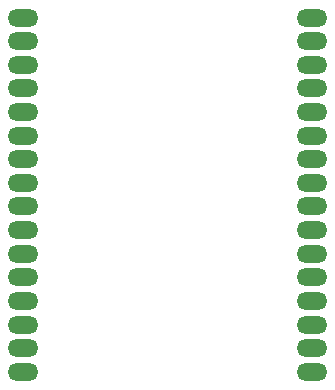
<source format=gbr>
G04 #@! TF.FileFunction,Soldermask,Bot*
%FSLAX46Y46*%
G04 Gerber Fmt 4.6, Leading zero omitted, Abs format (unit mm)*
G04 Created by KiCad (PCBNEW 4.0.7-e2-6376~58~ubuntu16.04.1) date Thu Oct  4 00:19:24 2018*
%MOMM*%
%LPD*%
G01*
G04 APERTURE LIST*
%ADD10C,0.100000*%
%ADD11O,2.600000X1.500000*%
G04 APERTURE END LIST*
D10*
D11*
X136301100Y-112603600D03*
X136301100Y-114603600D03*
X136301100Y-116603600D03*
X136301100Y-118603600D03*
X136301100Y-120603600D03*
X136301100Y-122603600D03*
X136301100Y-124603600D03*
X136301100Y-126603600D03*
X136301100Y-128603600D03*
X136301100Y-130603600D03*
X136301100Y-132603600D03*
X136301100Y-134603600D03*
X136301100Y-136603600D03*
X136301100Y-138603600D03*
X136301100Y-140603600D03*
X136301100Y-142603600D03*
X160701100Y-142603600D03*
X160701100Y-140603600D03*
X160701100Y-138603600D03*
X160701100Y-136603600D03*
X160701100Y-134603600D03*
X160701100Y-132603600D03*
X160701100Y-130603600D03*
X160701100Y-128603600D03*
X160701100Y-126603600D03*
X160701100Y-124603600D03*
X160701100Y-122603600D03*
X160701100Y-120603600D03*
X160701100Y-118603600D03*
X160701100Y-116603600D03*
X160701100Y-114603600D03*
X160701100Y-112603600D03*
M02*

</source>
